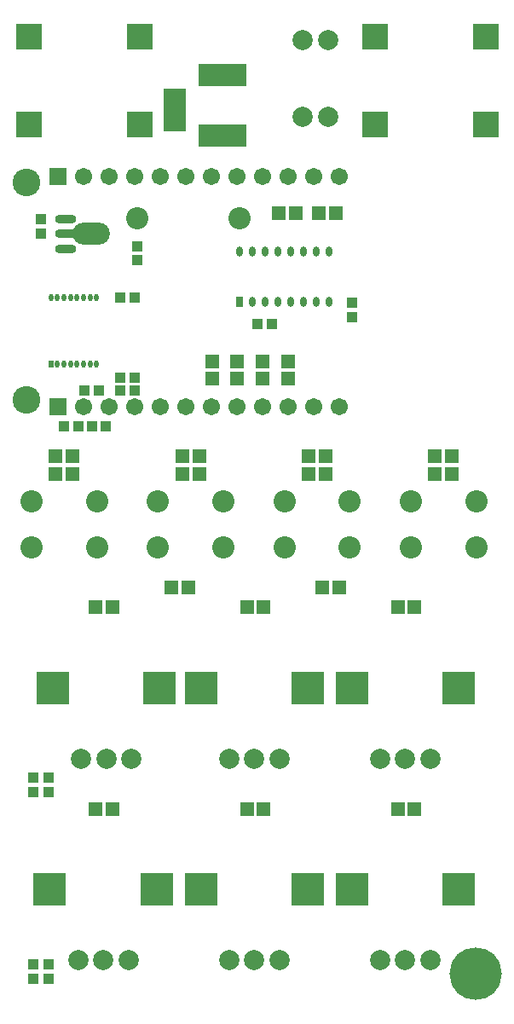
<source format=gts>
G04*
G04 #@! TF.GenerationSoftware,Altium Limited,Altium Designer,19.0.10 (269)*
G04*
G04 Layer_Color=8388736*
%FSLAX25Y25*%
%MOIN*%
G70*
G01*
G75*
%ADD23R,0.05800X0.05800*%
%ADD24R,0.04343X0.03950*%
%ADD25R,0.05800X0.05800*%
%ADD26R,0.01981X0.02769*%
%ADD27O,0.01981X0.02769*%
%ADD28O,0.14580X0.08674*%
%ADD29O,0.09068X0.03556*%
%ADD30O,0.08280X0.03556*%
%ADD31R,0.03950X0.04343*%
%ADD32R,0.09855X0.09855*%
%ADD33O,0.02690X0.03950*%
%ADD34R,0.02690X0.03950*%
%ADD35C,0.08674*%
%ADD36C,0.20485*%
%ADD37R,0.18517X0.08674*%
%ADD38R,0.08674X0.16548*%
%ADD39C,0.10800*%
%ADD40C,0.06706*%
%ADD41R,0.06706X0.06706*%
%ADD42R,0.12611X0.12611*%
%ADD43C,0.07887*%
%ADD44C,0.07887*%
D23*
X112100Y288900D02*
D03*
X118700D02*
D03*
X96500D02*
D03*
X103100D02*
D03*
X15830Y186792D02*
D03*
X9230D02*
D03*
X65263D02*
D03*
X58663D02*
D03*
X114697D02*
D03*
X108097D02*
D03*
X164130D02*
D03*
X157530D02*
D03*
Y193743D02*
D03*
X164130D02*
D03*
X108097D02*
D03*
X114697D02*
D03*
X58663D02*
D03*
X65263D02*
D03*
X9230D02*
D03*
X15830D02*
D03*
X142980Y134687D02*
D03*
X149580D02*
D03*
X83925D02*
D03*
X90525D02*
D03*
X24870D02*
D03*
X31470D02*
D03*
X142980Y55947D02*
D03*
X149580D02*
D03*
X83925D02*
D03*
X90525D02*
D03*
X24870D02*
D03*
X31470D02*
D03*
X120053Y142561D02*
D03*
X113453D02*
D03*
X54398D02*
D03*
X60998D02*
D03*
D24*
X6325Y62536D02*
D03*
Y68048D02*
D03*
X525Y62536D02*
D03*
Y68048D02*
D03*
X6325Y-10464D02*
D03*
Y-4952D02*
D03*
X525Y-10464D02*
D03*
Y-4952D02*
D03*
X3425Y286448D02*
D03*
Y280936D02*
D03*
X40925Y275904D02*
D03*
Y270392D02*
D03*
X125014Y253748D02*
D03*
Y248236D02*
D03*
D25*
X70325Y230892D02*
D03*
Y224292D02*
D03*
X80225Y230892D02*
D03*
Y224292D02*
D03*
X90125Y230892D02*
D03*
Y224292D02*
D03*
X100025Y230892D02*
D03*
Y224292D02*
D03*
D26*
X7330Y229792D02*
D03*
D27*
X9889D02*
D03*
X12448D02*
D03*
X15007D02*
D03*
X17566D02*
D03*
X20125D02*
D03*
X22684D02*
D03*
X25243D02*
D03*
X7330Y255776D02*
D03*
X9889D02*
D03*
X12448D02*
D03*
X15007D02*
D03*
X17566D02*
D03*
X20125D02*
D03*
X22684D02*
D03*
X25243D02*
D03*
D28*
X22925Y280692D02*
D03*
D29*
X13475Y280692D02*
D03*
D30*
X13085Y274782D02*
D03*
Y286602D02*
D03*
D31*
X26037Y219492D02*
D03*
X20525D02*
D03*
X34469Y255792D02*
D03*
X39981D02*
D03*
X34569Y219492D02*
D03*
X40081D02*
D03*
X23325Y205392D02*
D03*
X28837D02*
D03*
X40081Y224492D02*
D03*
X34569D02*
D03*
X18081Y205392D02*
D03*
X12569D02*
D03*
X93681Y245492D02*
D03*
X88169D02*
D03*
D32*
X-1275Y323643D02*
D03*
X42032D02*
D03*
Y357895D02*
D03*
X-1275D02*
D03*
X134218Y323643D02*
D03*
X177525D02*
D03*
Y357895D02*
D03*
X134218D02*
D03*
D33*
X116025Y273677D02*
D03*
X111025D02*
D03*
X106025D02*
D03*
X101025D02*
D03*
X96025D02*
D03*
X91025D02*
D03*
X86025D02*
D03*
X81025D02*
D03*
X116025Y253992D02*
D03*
X111025D02*
D03*
X106025D02*
D03*
X101025D02*
D03*
X96025D02*
D03*
X91025D02*
D03*
X86025D02*
D03*
D34*
X81025D02*
D03*
D35*
X-265Y158309D02*
D03*
Y176026D02*
D03*
X25325D02*
D03*
Y158309D02*
D03*
X74759D02*
D03*
Y176026D02*
D03*
X49168D02*
D03*
Y158309D02*
D03*
X148035D02*
D03*
Y176026D02*
D03*
X173625D02*
D03*
Y158309D02*
D03*
X124192D02*
D03*
Y176026D02*
D03*
X98601D02*
D03*
Y158309D02*
D03*
X41225Y286792D02*
D03*
X81225D02*
D03*
D36*
X173300Y-8400D02*
D03*
D37*
X74525Y319270D02*
D03*
Y342892D02*
D03*
D38*
X55628Y329113D02*
D03*
D39*
X-2400Y300700D02*
D03*
Y215700D02*
D03*
D40*
X120100Y213200D02*
D03*
X110100D02*
D03*
X100100D02*
D03*
X90100D02*
D03*
X80100D02*
D03*
X70100D02*
D03*
X60100D02*
D03*
X50100D02*
D03*
X40100D02*
D03*
X30100D02*
D03*
X20100D02*
D03*
X120100Y303200D02*
D03*
X110100D02*
D03*
X100100D02*
D03*
X90100D02*
D03*
X80100D02*
D03*
X70100D02*
D03*
X60100D02*
D03*
X50100D02*
D03*
X40100D02*
D03*
X30100D02*
D03*
X20100D02*
D03*
D41*
X10100Y213200D02*
D03*
Y303200D02*
D03*
D42*
X107691Y103191D02*
D03*
X65959Y103191D02*
D03*
X166746Y103191D02*
D03*
X125014Y103191D02*
D03*
X49873Y103191D02*
D03*
X8141Y103191D02*
D03*
X166746Y24451D02*
D03*
X125014Y24451D02*
D03*
X48636Y24451D02*
D03*
X6904Y24451D02*
D03*
X65959D02*
D03*
X107691Y24451D02*
D03*
D43*
X76983Y75632D02*
D03*
X86825D02*
D03*
X96668D02*
D03*
X136038D02*
D03*
X145880D02*
D03*
X155723D02*
D03*
X19165D02*
D03*
X29007D02*
D03*
X38850D02*
D03*
X136038Y-3108D02*
D03*
X145880D02*
D03*
X155723D02*
D03*
X17928D02*
D03*
X27770D02*
D03*
X37613D02*
D03*
X96668D02*
D03*
X86825D02*
D03*
X76983D02*
D03*
D44*
X115625Y356392D02*
D03*
X105625D02*
D03*
X115625Y326392D02*
D03*
X105625D02*
D03*
M02*

</source>
